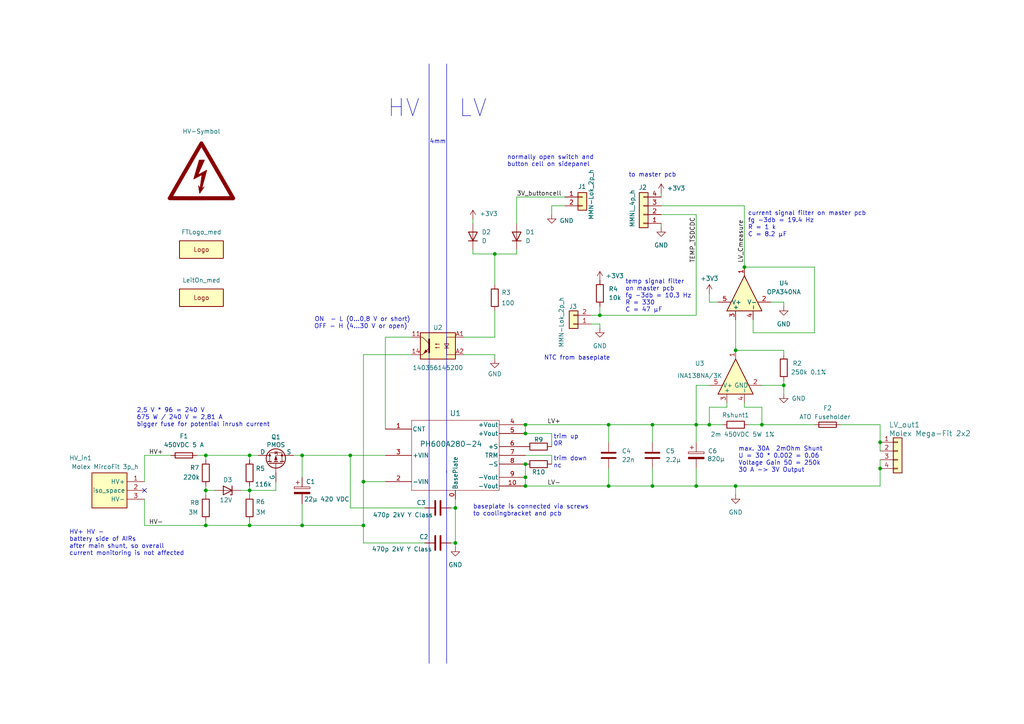
<source format=kicad_sch>
(kicad_sch (version 20231120) (generator "eeschema") (generator_version "8.0")
  (paper "A4")
  (title_block (title "TS-DCDC") (date "2024-12-12") (rev "0.5"))
  (lib_symbols
    (symbol "2024-11-18_21-41-11:PH600A280-24" (pin_names (offset 0.254))
      (property "Reference" "U1" (at 20.32 7.112 0))
      (property "Value" "PH600A280-24" (at 19.05 -1.778 0))
      (symbol "PH600A280-24_0_1"
        (polyline (pts (xy 7.62 -15.24) (xy 33.02 -15.24)) (stroke (width 0.127)))
        (polyline (pts (xy 7.62 5.08) (xy 7.62 -15.24)) (stroke (width 0.127)))
        (polyline (pts (xy 33.02 -15.24) (xy 33.02 5.08)) (stroke (width 0.127)))
        (polyline (pts (xy 33.02 5.08) (xy 7.62 5.08)) (stroke (width 0.127)))
      )
      (symbol "PH600A280-24_1_1"
        (pin passive line (at 20.32 -17.78 90) (length 2.54) (name "BasePlate") (number "0"))
        (pin input line (at 0 2.54 0) (length 7.62) (name "CNT") (number "1"))
        (pin power_out line (at 40.64 -13.97 180) (length 7.62) (name "-Vout") (number "10"))
        (pin power_in line (at 0 -12.7 0) (length 7.62) (name "-VIN") (number "2"))
        (pin power_in line (at 0 -5.08 0) (length 7.62) (name "+VIN") (number "3"))
        (pin power_out line (at 40.64 3.81 180) (length 7.62) (name "+Vout") (number "4"))
        (pin power_out line (at 40.64 1.27 180) (length 7.62) (name "+Vout") (number "5"))
        (pin input line (at 40.64 -2.54 180) (length 7.62) (name "+S") (number "6"))
        (pin input line (at 40.64 -5.08 180) (length 7.62) (name "TRM") (number "7"))
        (pin input line (at 40.64 -7.62 180) (length 7.62) (name "-S") (number "8"))
        (pin power_out line (at 40.64 -11.43 180) (length 7.62) (name "-Vout") (number "9"))
      )
    )
    (symbol "43650-0317:43650-0317"
      (property "Reference" "HV_in1" (at 10.16 -12.7 0))
      (property "Value" "43650-0317" (at 10.16 -10.16 0))
      (symbol "43650-0317_1_1"
        (rectangle (start 5.08 2.54) (end 15.24 -7.62) (stroke (width 0.254)) (fill (type background)))
        (pin power_out line (at 0 -5.08 0) (length 5.08) (name "HV+") (number "1"))
        (pin passive line (at 0 -2.54 0) (length 5.08) (name "iso_space") (number "2"))
        (pin power_out line (at 0 0 0) (length 5.08) (name "HV-") (number "3"))
      )
    )
    (symbol "Amplifier_Current:INA138" (pin_names (offset 0.127))
      (property "Reference" "U" (at 3.81 5.08 0))
      (property "Value" "INA138" (at 3.81 2.54 0))
      (symbol "INA138_0_1"
        (polyline (pts (xy -5.08 5.08) (xy 5.08 0) (xy -5.08 -5.08) (xy -5.08 5.08)) (stroke (width 0.254)) (fill (type background)))
      )
      (symbol "INA138_1_1"
        (pin output line (at 7.62 0 180) (length 2.54) (name "~") (number "1"))
        (pin power_in line (at -2.54 -7.62 90) (length 3.81) (name "GND") (number "2"))
        (pin input line (at -7.62 2.54 0) (length 2.54) (name "+") (number "3"))
        (pin input line (at -7.62 -2.54 0) (length 2.54) (name "-") (number "4"))
        (pin power_in line (at -2.54 7.62 270) (length 3.81) (name "V+") (number "5"))
      )
    )
    (symbol "Amplifier_Operational:OPA340NA" (pin_names (offset 0.127))
      (property "Reference" "U" (at -1.27 6.35 0))
      (property "Value" "OPA340NA" (at -1.27 3.81 0))
      (symbol "OPA340NA_0_1"
        (polyline (pts (xy -5.08 5.08) (xy 5.08 0) (xy -5.08 -5.08) (xy -5.08 5.08)) (stroke (width 0.254)) (fill (type background)))
        (pin power_in line (at -2.54 -7.62 90) (length 3.81) (name "V-") (number "2"))
        (pin power_in line (at -2.54 7.62 270) (length 3.81) (name "V+") (number "5"))
      )
      (symbol "OPA340NA_1_1"
        (pin output line (at 7.62 0 180) (length 2.54) (name "~") (number "1"))
        (pin input line (at -7.62 2.54 0) (length 2.54) (name "+") (number "3"))
        (pin input line (at -7.62 -2.54 0) (length 2.54) (name "-") (number "4"))
      )
    )
    (symbol "Connector_Generic:Conn_01x02" (pin_names (offset 1.016) hide)
      (property "Reference" "J" (at 0 2.54 0))
      (property "Value" "Conn_01x02" (at 0 -5.08 0))
      (symbol "Conn_01x02_1_1"
        (rectangle (start -1.27 -2.413) (end 0 -2.667) (stroke (width 0.1524)))
        (rectangle (start -1.27 0.127) (end 0 -0.127) (stroke (width 0.1524)))
        (rectangle (start -1.27 1.27) (end 1.27 -3.81) (stroke (width 0.254)) (fill (type background)))
        (pin passive line (at -5.08 0 0) (length 3.81) (name "Pin_1") (number "1"))
        (pin passive line (at -5.08 -2.54 0) (length 3.81) (name "Pin_2") (number "2"))
      )
    )
    (symbol "Connector_Generic:Conn_01x04" (pin_names (offset 1.016) hide)
      (property "Reference" "J" (at 0 5.08 0))
      (property "Value" "Conn_01x04" (at 0 -7.62 0))
      (symbol "Conn_01x04_1_1"
        (rectangle (start -1.27 -4.953) (end 0 -5.207) (stroke (width 0.1524)))
        (rectangle (start -1.27 -2.413) (end 0 -2.667) (stroke (width 0.1524)))
        (rectangle (start -1.27 0.127) (end 0 -0.127) (stroke (width 0.1524)))
        (rectangle (start -1.27 2.667) (end 0 2.413) (stroke (width 0.1524)))
        (rectangle (start -1.27 3.81) (end 1.27 -6.35) (stroke (width 0.254)) (fill (type background)))
        (pin passive line (at -5.08 2.54 0) (length 3.81) (name "Pin_1") (number "1"))
        (pin passive line (at -5.08 0 0) (length 3.81) (name "Pin_2") (number "2"))
        (pin passive line (at -5.08 -2.54 0) (length 3.81) (name "Pin_3") (number "3"))
        (pin passive line (at -5.08 -5.08 0) (length 3.81) (name "Pin_4") (number "4"))
      )
    )
    (symbol "Device:C" (pin_numbers hide) (pin_names (offset 0.254))
      (property "Reference" "C" (at 0.635 2.54 0))
      (property "Value" "C" (at 0.635 -2.54 0))
      (symbol "C_0_1"
        (polyline (pts (xy -2.032 -0.762) (xy 2.032 -0.762)) (stroke (width 0.508)))
        (polyline (pts (xy -2.032 0.762) (xy 2.032 0.762)) (stroke (width 0.508)))
      )
      (symbol "C_1_1"
        (pin passive line (at 0 3.81 270) (length 2.794) (name "~") (number "1"))
        (pin passive line (at 0 -3.81 90) (length 2.794) (name "~") (number "2"))
      )
    )
    (symbol "Device:C_Polarized" (pin_numbers hide) (pin_names (offset 0.254))
      (property "Reference" "C" (at 0.635 2.54 0))
      (property "Value" "C_Polarized" (at 0.635 -2.54 0))
      (symbol "C_Polarized_0_1"
        (rectangle (start -2.286 0.508) (end 2.286 1.016))
        (polyline (pts (xy -1.778 2.286) (xy -0.762 2.286)))
        (polyline (pts (xy -1.27 2.794) (xy -1.27 1.778)))
        (rectangle (start 2.286 -0.508) (end -2.286 -1.016) (fill (type outline)))
      )
      (symbol "C_Polarized_1_1"
        (pin passive line (at 0 3.81 270) (length 2.794) (name "~") (number "1"))
        (pin passive line (at 0 -3.81 90) (length 2.794) (name "~") (number "2"))
      )
    )
    (symbol "Device:D" (pin_numbers hide) (pin_names (offset 1.016) hide)
      (property "Reference" "D" (at 0 2.54 0))
      (property "Value" "D" (at 0 -2.54 0))
      (symbol "D_0_1"
        (polyline (pts (xy -1.27 1.27) (xy -1.27 -1.27)) (stroke (width 0.254)))
        (polyline (pts (xy 1.27 0) (xy -1.27 0)))
        (polyline (pts (xy 1.27 1.27) (xy 1.27 -1.27) (xy -1.27 0) (xy 1.27 1.27)) (stroke (width 0.254)))
      )
      (symbol "D_1_1"
        (pin passive line (at -3.81 0 0) (length 2.54) (name "K") (number "1"))
        (pin passive line (at 3.81 0 180) (length 2.54) (name "A") (number "2"))
      )
    )
    (symbol "Device:D_Zener" (pin_numbers hide) (pin_names (offset 1.016) hide)
      (property "Reference" "D" (at 0 2.54 0))
      (property "Value" "D_Zener" (at 0 -2.54 0))
      (symbol "D_Zener_0_1"
        (polyline (pts (xy 1.27 0) (xy -1.27 0)))
        (polyline (pts (xy -1.27 -1.27) (xy -1.27 1.27) (xy -0.762 1.27)) (stroke (width 0.254)))
        (polyline (pts (xy 1.27 -1.27) (xy 1.27 1.27) (xy -1.27 0) (xy 1.27 -1.27)) (stroke (width 0.254)))
      )
      (symbol "D_Zener_1_1"
        (pin passive line (at -3.81 0 0) (length 2.54) (name "K") (number "1"))
        (pin passive line (at 3.81 0 180) (length 2.54) (name "A") (number "2"))
      )
    )
    (symbol "Device:Fuse" (pin_numbers hide) (pin_names (offset 0))
      (property "Reference" "F" (at 2.032 0 90))
      (property "Value" "Fuse" (at -1.905 0 90))
      (symbol "Fuse_0_1"
        (rectangle (start -0.762 -2.54) (end 0.762 2.54) (stroke (width 0.254)))
        (polyline (pts (xy 0 2.54) (xy 0 -2.54)))
      )
      (symbol "Fuse_1_1"
        (pin passive line (at 0 3.81 270) (length 1.27) (name "~") (number "1"))
        (pin passive line (at 0 -3.81 90) (length 1.27) (name "~") (number "2"))
      )
    )
    (symbol "Device:R" (pin_numbers hide) (pin_names (offset 0))
      (property "Reference" "R" (at 2.032 0 90))
      (property "Value" "R" (at 0 0 90))
      (symbol "R_0_1"
        (rectangle (start -1.016 -2.54) (end 1.016 2.54) (stroke (width 0.254)))
      )
      (symbol "R_1_1"
        (pin passive line (at 0 3.81 270) (length 1.27) (name "~") (number "1"))
        (pin passive line (at 0 -3.81 90) (length 1.27) (name "~") (number "2"))
      )
    )
    (symbol "FaSTTUBe_logos:FTLogo_med"
      (property "Value" "FTLogo_med" (at 0 -3.81 0))
      (symbol "FTLogo_med_0_0"
        (text "Logo" (at 0 0 0) (effects (font (size 1.27 1.27))))
      )
      (symbol "FTLogo_med_0_1"
        (rectangle (start -6.35 2.54) (end 6.35 -2.54) (stroke (width 0.254)) (fill (type background)))
      )
    )
    (symbol "FaSTTUBe_logos:HV-Symbol" (pin_names (offset 1.016))
      (property "Value" "HV-Symbol" (at 0 -10.16 0))
      (symbol "HV-Symbol_0_0"
        (polyline (pts (xy -0.4892 -6.6071) (xy -0.4759 -6.591) (xy -0.4273 -6.5255) (xy -0.3518 -6.4196) (xy -0.2542 -6.2805) (xy -0.1394 -6.1154) (xy -0.0124 -5.9317) (xy 0.1219 -5.7364) (xy 0.2585 -5.5367) (xy 0.3925 -5.34) (xy 0.5191 -5.1533) (xy 0.6332 -4.984) (xy 0.73 -4.8391) (xy 0.8045 -4.726) (xy 0.8518 -4.6518) (xy 0.8669 -4.6238) (xy 0.8391 -4.6326) (xy 0.7671 -4.6703) (xy 0.6626 -4.7309) (xy 0.537 -4.8081) (xy 0.4195 -4.881) (xy 0.3146 -4.9437) (xy 0.2421 -4.9843) (xy 0.2131 -4.9963) (xy 0.2151 -4.9851) (xy 0.2315 -4.9189) (xy 0.2631 -4.7973) (xy 0.3086 -4.6249) (xy 0.3669 -4.4065) (xy 0.4366 -4.1466) (xy 0.5165 -3.8499) (xy 0.6054 -3.521) (xy 0.702 -3.1645) (xy 0.8051 -2.7851) (xy 0.9135 -2.3873) (xy 0.9755 -2.1599) (xy 1.0812 -1.7709) (xy 1.1809 -1.4024) (xy 1.2735 -1.059) (xy 1.3576 -0.7454) (xy 1.432 -0.4663) (xy 1.4955 -0.2264) (xy 1.5468 -0.0304) (xy 1.5847 0.1171) (xy 1.6079 0.2112) (xy 1.6151 0.2474) (xy 1.6 0.2451) (xy 1.5342 0.2168) (xy 1.4215 0.1619) (xy 1.2678 0.0834) (xy 1.0788 -0.0157) (xy 0.8602 -0.1324) (xy 0.6178 -0.2637) (xy 0.3573 -0.4066) (xy 0.1726 -0.5084) (xy -0.0763 -0.6449) (xy -0.3032 -0.7687) (xy -0.5023 -0.8766) (xy -0.6678 -0.9654) (xy -0.7938 -1.0321) (xy -0.8747 -1.0735) (xy -0.9046 -1.0865) (xy -0.8996 -1.0709) (xy -0.8714 -1.0014) (xy -0.8205 -0.8806) (xy -0.7488 -0.7135) (xy -0.6586 -0.5046) (xy -0.5517 -0.2589) (xy -0.4304 0.0188) (xy -0.2967 0.3239) (xy -0.1526 0.6514) (xy -0.0003 0.9967) (xy 0.1049 1.235) (xy 0.253 1.5703) (xy 0.3921 1.8852) (xy 0.52 2.175) (xy 0.6346 2.4347) (xy 0.7337 2.6594) (xy 0.8152 2.8442) (xy 0.8769 2.9843) (xy 0.9167 3.0747) (xy 0.9323 3.1106) (xy 0.9309 3.1196) (xy 0.9051 3.1304) (xy 0.8453 3.1382) (xy 0.7454 3.1431) (xy 0.599 3.1453) (xy 0.4001 3.1453) (xy 0.1424 3.1431) (xy -0.6646 3.1344) (xy -1.4846 0.343) (xy -1.6044 -0.0656) (xy -1.7195 -0.4592) (xy -1.8277 -0.8304) (xy -1.9277 -1.1747) (xy -2.0183 -1.4878) (xy -2.0981 -1.7651) (xy -2.166 -2.0023) (xy -2.2206 -2.195) (xy -2.2606 -2.3386) (xy -2.2848 -2.4288) (xy -2.2919 -2.4611) (xy -2.286 -2.4597) (xy -2.2336 -2.4367) (xy -2.1322 -2.388) (xy -1.988 -2.3167) (xy -1.807 -2.2259) (xy -1.5954 -2.1186) (xy -1.3593 -1.998) (xy -1.1049 -1.867) (xy -0.9986 -1.8122) (xy -0.7512 -1.6851) (xy -0.5248 -1.5695) (xy -0.3256 -1.4685) (xy -0.1595 -1.3851) (xy -0.0328 -1.3225) (xy 0.0485 -1.2837) (xy 0.0782 -1.2717) (xy 0.0786 -1.2748) (xy 0.0749 -1.3248) (xy 0.063 -1.4299) (xy 0.0441 -1.5831) (xy 0.0189 -1.7774) (xy -0.0114 -2.0057) (xy -0.0458 -2.261) (xy -0.0835 -2.5363) (xy -0.1233 -2.8245) (xy -0.1644 -3.1186) (xy -0.2057 -3.4116) (xy -0.2463 -3.6965) (xy -0.2851 -3.9662) (xy -0.3212 -4.2137) (xy -0.3535 -4.432) (xy -0.3812 -4.614) (xy -0.4032 -4.7527) (xy -0.4186 -4.8411) (xy -0.4263 -4.8721) (xy -0.4486 -4.8511) (xy -0.4999 -4.7857) (xy -0.5714 -4.6867) (xy -0.6549 -4.5646) (xy -0.7311 -4.4535) (xy -0.805 -4.3514) (xy -0.8599 -4.282) (xy -0.8876 -4.2561) (xy -0.9014 -4.2806) (xy -0.8968 -4.3443) (xy -0.8924 -4.369) (xy -0.8778 -4.4566) (xy -0.8553 -4.5949) (xy -0.8262 -4.7758) (xy -0.792 -4.9906) (xy -0.7538 -5.2313) (xy -0.7132 -5.4892) (xy -0.6874 -5.6524) (xy -0.6486 -5.8965) (xy -0.6132 -6.1162) (xy -0.5826 -6.3034) (xy -0.558 -6.4502) (xy -0.5409 -6.5487) (xy -0.5324 -6.5909) (xy -0.521 -6.6112) (xy -0.4892 -6.6071)) (stroke (width 0.01)) (fill (type outline)))
        (polyline (pts (xy -0.7512 -8.4995) (xy 0.0488 -8.4991) (xy 9.3708 -8.4937) (xy 9.4936 -8.4173) (xy 9.5205 -8.3994) (xy 9.6443 -8.2757) (xy 9.7185 -8.1228) (xy 9.7386 -7.9548) (xy 9.6999 -7.7862) (xy 9.6933 -7.7735) (xy 9.6567 -7.7077) (xy 9.5896 -7.5892) (xy 9.4933 -7.4203) (xy 9.3691 -7.2031) (xy 9.2184 -6.9399) (xy 9.0425 -6.6332) (xy 8.8426 -6.285) (xy 8.6201 -5.8977) (xy 8.3763 -5.4736) (xy 8.1124 -5.015) (xy 7.8299 -4.524) (xy 7.53 -4.0031) (xy 7.2139 -3.4544) (xy 6.8831 -2.8803) (xy 6.5389 -2.283) (xy 6.1825 -1.6649) (xy 5.8152 -1.028) (xy 5.4384 -0.3749) (xy 5.0534 0.2924) (xy 4.7596 0.8012) (xy 4.2896 1.615) (xy 3.843 2.3874) (xy 3.4206 3.1175) (xy 3.0228 3.8044) (xy 2.6502 4.447) (xy 2.3033 5.0445) (xy 1.9827 5.5959) (xy 1.6889 6.1003) (xy 1.4225 6.5568) (xy 1.184 6.9643) (xy 0.9739 7.3221) (xy 0.7929 7.6291) (xy 0.6414 7.8844) (xy 0.52 8.0871) (xy 0.4293 8.2362) (xy 0.3697 8.3308) (xy 0.3419 8.37) (xy 0.2962 8.4088) (xy 0.1437 8.4869) (xy -0.0205 8.5068) (xy -0.1836 8.4683) (xy -0.3328 8.3714) (xy -0.3337 8.3705) (xy -0.3625 8.329) (xy -0.4218 8.2342) (xy -0.5102 8.0888) (xy -0.626 7.8955) (xy -0.7675 7.657) (xy -0.9334 7.3761) (xy -1.1219 7.0555) (xy -1.3314 6.698) (xy -1.5605 6.3063) (xy -1.8075 5.8832) (xy -2.0709 5.4313) (xy -2.349 4.9534) (xy -2.6402 4.4523) (xy -2.9431 3.9307) (xy -3.256 3.3913) (xy -3.5774 2.8369) (xy -3.9055 2.2702) (xy -4.239 1.6939) (xy -4.5762 1.1108) (xy -4.9154 0.5236) (xy -5.2553 -0.0649) (xy -5.594 -0.6521) (xy -5.9301 -1.2351) (xy -6.2621 -1.8112) (xy -6.5882 -2.3777) (xy -6.9069 -2.9319) (xy -7.2167 -3.471) (xy -7.516 -3.9923) (xy -7.8032 -4.493) (xy -8.0766 -4.9704) (xy -8.3348 -5.4218) (xy -8.5761 -5.8444) (xy -8.799 -6.2355) (xy -9.0019 -6.5924) (xy -9.1832 -6.9122) (xy -9.3412 -7.1924) (xy -9.4624 -7.4082) (xy -8.2772 -7.4082) (xy -8.2597 -7.3762) (xy -8.2115 -7.291) (xy -8.1342 -7.1555) (xy -8.0294 -6.9726) (xy -7.8989 -6.7452) (xy -7.7442 -6.4761) (xy -7.5671 -6.1683) (xy -7.3692 -5.8245) (xy -7.1521 -5.4478) (xy -6.9176 -5.041) (xy -6.6673 -4.6069) (xy -6.4029 -4.1484) (xy -6.1259 -3.6685) (xy -5.8382 -3.1699) (xy -5.5414 -2.6556) (xy -5.237 -2.1285) (xy -4.9268 -1.5914) (xy -4.6125 -1.0472) (xy -4.2957 -0.4988) (xy -3.9781 0.0509) (xy -3.6613 0.599) (xy -3.347 1.1428) (xy -3.0369 1.6792) (xy -2.7327 2.2054) (xy -2.4359 2.7185) (xy -2.1483 3.2157) (xy -1.8715 3.6941) (xy -1.6072 4.1507) (xy -1.357 4.5828) (xy -1.1227 4.9874) (xy -0.9058 5.3616) (xy -0.7081 5.7026) (xy -0.5312 6.0075) (xy -0.3768 6.2734) (xy -0.2465 6.4974) (xy -0.142 6.6766) (xy -0.065 6.8083) (xy -0.0171 6.8894) (xy 0 6.9171) (xy 0.0002 6.917) (xy 0.0191 6.8867) (xy 0.0688 6.803) (xy 0.1474 6.669) (xy 0.2535 6.4875) (xy 0.3853 6.2614) (xy 0.5411 5.9935) (xy 0.7192 5.6868) (xy 0.9181 5.3441) (xy 1.1361 4.9683) (xy 1.3714 4.5623) (xy 1.6225 4.129) (xy 1.8876 3.6712) (xy 2.1651 3.1917) (xy 2.4534 2.6936) (xy 2.7507 2.1797) (xy 3.0554 1.6528) (xy 3.3659 1.1159) (xy 3.6804 0.5717) (xy 3.9974 0.0233) (xy 4.3151 -0.5266) (xy 4.632 -1.0751) (xy 4.9462 -1.6192) (xy 5.2562 -2.1561) (xy 5.5603 -2.6829) (xy 5.8568 -3.1968) (xy 6.1442 -3.6948) (xy 6.4206 -4.1741) (xy 6.6844 -4.6318) (xy 6.9341 -5.065) (xy 7.1679 -5.4708) (xy 7.3841 -5.8465) (xy 7.5811 -6.189) (xy 7.7572 -6.4955) (xy 7.9109 -6.7631) (xy 8.0403 -6.989) (xy 8.1438 -7.1703) (xy 8.2198 -7.304) (xy 8.2667 -7.3874) (xy 8.2827 -7.4175) (xy 8.2727 -7.4185) (xy 8.2056 -7.4203) (xy 8.0779 -7.422) (xy 7.8921 -7.4237) (xy 7.6511 -7.4253) (xy 7.3575 -7.4269) (xy 7.0141 -7.4284) (xy 6.6236 -7.4298) (xy 6.1887 -7.4311) (xy 5.7121 -7.4324) (xy 5.1966 -7.4335) (xy 4.6448 -7.4345) (xy 4.0596 -7.4354) (xy 3.4436 -7.4362) (xy 2.7996 -7.4369) (xy 2.1302 -7.4374) (xy 1.4382 -7.4378) (xy 0.7264 -7.438) (xy -0.0027 -7.4381) (xy -0.309 -7.4381) (xy -1.147 -7.4379) (xy -1.9474 -7.4374) (xy -2.7085 -7.4368) (xy -3.4285 -7.4359) (xy -4.1058 -7.4349) (xy -4.7386 -7.4336) (xy -5.3253 -7.4322) (xy -5.8641 -7.4305) (xy -6.3533 -7.4287) (xy -6.7913 -7.4267) (xy -7.1762 -7.4245) (xy -7.5064 -7.4222) (xy -7.7802 -7.4197) (xy -7.9959 -7.417) (xy -8.1518 -7.4142) (xy -8.2461 -7.4113) (xy -8.2772 -7.4082) (xy -9.4624 -7.4082) (xy -9.4746 -7.43) (xy -9.5816 -7.6225) (xy -9.6606 -7.7671) (xy -9.7102 -7.8609) (xy -9.7287 -7.9014) (xy -9.7289 -7.9026) (xy -9.7335 -8.0172) (xy -9.7143 -8.1285) (xy -9.6792 -8.2033) (xy -9.5907 -8.3193) (xy -9.4796 -8.4176) (xy -9.3676 -8.4762) (xy -9.3591 -8.4772) (xy -9.2932 -8.4796) (xy -9.1659 -8.4819) (xy -8.9795 -8.484) (xy -8.7364 -8.4861) (xy -8.4391 -8.488) (xy -8.09 -8.4898) (xy -7.6916 -8.4915) (xy -7.2463 -8.493) (xy -6.7565 -8.4944) (xy -6.2247 -8.4957) (xy -5.6534 -8.4968) (xy -5.045 -8.4977) (xy -4.4018 -8.4984) (xy -3.7264 -8.499) (xy -3.0212 -8.4994) (xy -2.2887 -8.4997) (xy -1.5312 -8.4997) (xy -0.7512 -8.4995)) (stroke (width 0.01)) (fill (type outline)))
      )
    )
    (symbol "FaSTTUBe_logos:LeitOn_med"
      (property "Value" "LeitOn_med" (at 0 -3.81 0))
      (symbol "LeitOn_med_0_0"
        (text "Logo" (at 0 0 0) (effects (font (size 1.27 1.27))))
      )
      (symbol "LeitOn_med_0_1"
        (rectangle (start -6.35 2.54) (end 6.35 -2.54) (stroke (width 0.254)) (fill (type background)))
      )
    )
    (symbol "Relay_SolidState:34.81-7048"
      (property "Reference" "U" (at -5.08 5.08 0))
      (property "Value" "34.81-7048" (at 0 5.08 0))
      (symbol "34.81-7048_0_1"
        (rectangle (start -5.08 3.81) (end 5.08 -3.81) (stroke (width 0.254)) (fill (type background)))
        (polyline (pts (xy -3.175 -0.635) (xy -1.905 -0.635)))
        (polyline (pts (xy 2.54 1.905) (xy 2.54 -1.905) (xy 2.54 -1.905)) (stroke (width 0.508)))
        (polyline (pts (xy -5.08 2.54) (xy -2.54 2.54) (xy -2.54 -2.54) (xy -5.08 -2.54)))
        (polyline (pts (xy -2.54 -0.635) (xy -3.175 0.635) (xy -1.905 0.635) (xy -2.54 -0.635)))
        (polyline (pts (xy -0.508 -0.508) (xy 0.762 -0.508) (xy 0.381 -0.635) (xy 0.381 -0.381) (xy 0.762 -0.508)))
        (polyline (pts (xy -0.508 0.508) (xy 0.762 0.508) (xy 0.381 0.381) (xy 0.381 0.635) (xy 0.762 0.508)))
        (polyline (pts (xy 3.048 -1.651) (xy 3.556 -1.143) (xy 4.064 -2.159) (xy 3.048 -1.651) (xy 3.048 -1.651)) (fill (type outline)))
        (polyline (pts (xy 5.08 2.54) (xy 4.445 2.54) (xy 2.54 0.635) (xy 2.54 -0.635) (xy 4.445 -2.54) (xy 5.08 -2.54)))
      )
      (symbol "34.81-7048_1_1"
        (pin passive line (at 7.62 2.54 180) (length 2.54) (name "~") (number "11"))
        (pin passive line (at 7.62 -2.54 180) (length 2.54) (name "~") (number "14"))
        (pin passive line (at -7.62 2.54 0) (length 2.54) (name "~") (number "A1"))
        (pin passive line (at -7.62 -2.54 0) (length 2.54) (name "~") (number "A2"))
      )
    )
    (symbol "Simulation_SPICE:PMOS" (pin_numbers hide) (pin_names (offset 0))
      (property "Reference" "Q" (at 5.08 1.27 0))
      (property "Value" "PMOS" (at 5.08 -1.27 0))
      (symbol "PMOS_0_1"
        (polyline (pts (xy 0.254 0) (xy -2.54 0)))
        (polyline (pts (xy 0.254 1.905) (xy 0.254 -1.905)) (stroke (width 0.254)))
        (polyline (pts (xy 0.762 -1.27) (xy 0.762 -2.286)) (stroke (width 0.254)))
        (polyline (pts (xy 0.762 0.508) (xy 0.762 -0.508)) (stroke (width 0.254)))
        (polyline (pts (xy 0.762 2.286) (xy 0.762 1.27)) (stroke (width 0.254)))
        (polyline (pts (xy 2.54 2.54) (xy 2.54 1.778)))
        (polyline (pts (xy 2.54 -2.54) (xy 2.54 0) (xy 0.762 0)))
        (polyline (pts (xy 0.762 1.778) (xy 3.302 1.778) (xy 3.302 -1.778) (xy 0.762 -1.778)))
        (polyline (pts (xy 2.286 0) (xy 1.27 0.381) (xy 1.27 -0.381) (xy 2.286 0)) (fill (type outline)))
        (polyline (pts (xy 2.794 -0.508) (xy 2.921 -0.381) (xy 3.683 -0.381) (xy 3.81 -0.254)))
        (polyline (pts (xy 3.302 -0.381) (xy 2.921 0.254) (xy 3.683 0.254) (xy 3.302 -0.381)))
        (circle (center 1.651 0) (radius 2.794) (stroke (width 0.254)))
        (circle (center 2.54 -1.778) (radius 0.254) (fill (type outline)))
        (circle (center 2.54 1.778) (radius 0.254) (fill (type outline)))
      )
      (symbol "PMOS_1_1"
        (pin passive line (at 2.54 5.08 270) (length 2.54) (name "D") (number "1"))
        (pin input line (at -5.08 0 0) (length 2.54) (name "G") (number "2"))
        (pin passive line (at 2.54 -5.08 90) (length 2.54) (name "S") (number "3"))
      )
    )
    (symbol "power:+3V3" (power) (pin_numbers hide) (pin_names (offset 0) hide)
      (property "Value" "+3V3" (at 0 3.556 0))
      (symbol "+3V3_0_1"
        (polyline (pts (xy -0.762 1.27) (xy 0 2.54)))
        (polyline (pts (xy 0 0) (xy 0 2.54)))
        (polyline (pts (xy 0 2.54) (xy 0.762 1.27)))
      )
      (symbol "+3V3_1_1"
        (pin power_in line (at 0 0 90) (length 0) (name "~") (number "1"))
      )
    )
    (symbol "power:GND" (power) (pin_numbers hide) (pin_names (offset 0) hide)
      (property "Value" "GND" (at 0 -3.81 0))
      (symbol "GND_0_1"
        (polyline (pts (xy 0 0) (xy 0 -1.27) (xy 1.27 -1.27) (xy 0 -2.54) (xy -1.27 -1.27) (xy 0 -1.27)))
      )
      (symbol "GND_1_1"
        (pin power_in line (at 0 0 270) (length 0) (name "~") (number "1"))
      )
    )
  )
  (junction (at 213.36 140.97))
  (junction (at 189.23 140.97))
  (junction (at 201.93 140.97))
  (junction (at 87.63 152.4))
  (junction (at 152.4 134.62))
  (junction (at 189.23 123.19))
  (junction (at 152.4 125.73))
  (junction (at 176.53 123.19))
  (junction (at 152.4 138.43))
  (junction (at 105.41 152.4))
  (junction (at 213.36 101.6))
  (junction (at 152.4 123.19))
  (junction (at 72.39 142.24))
  (junction (at 132.08 157.48))
  (junction (at 152.4 140.97))
  (junction (at 72.39 132.08))
  (junction (at 205.74 123.19))
  (junction (at 201.93 123.19))
  (junction (at 176.53 140.97))
  (junction (at 59.69 132.08))
  (junction (at 255.27 135.89))
  (junction (at 72.39 152.4))
  (junction (at 173.99 91.44))
  (junction (at 143.51 73.66))
  (junction (at 59.69 152.4))
  (junction (at 220.98 123.19))
  (junction (at 255.27 128.27))
  (junction (at 59.69 142.24))
  (junction (at 132.08 147.32))
  (junction (at 215.9 77.47))
  (junction (at 101.6 132.08))
  (junction (at 105.41 139.7))
  (junction (at 227.33 111.76))
  (junction (at 87.63 132.08))
  (no_connect (at 41.91 142.24))
  (wire (pts (xy 213.36 140.97) (xy 213.36 143.51)))
  (wire (pts (xy 160.02 125.73) (xy 152.4 125.73)))
  (wire (pts (xy 105.41 102.87) (xy 119.38 102.87)))
  (wire (pts (xy 149.86 57.15) (xy 149.86 64.77)))
  (wire (pts (xy 191.77 59.69) (xy 215.9 59.69)))
  (wire (pts (xy 176.53 123.19) (xy 176.53 128.27)))
  (wire (pts (xy 176.53 135.89) (xy 176.53 140.97)))
  (wire (pts (xy 111.76 97.79) (xy 111.76 124.46)))
  (wire (pts (xy 69.85 142.24) (xy 72.39 142.24)))
  (wire (pts (xy 160.02 59.69) (xy 160.02 62.23)))
  (wire (pts (xy 201.93 123.19) (xy 205.74 123.19)))
  (wire (pts (xy 72.39 132.08) (xy 74.93 132.08)))
  (wire (pts (xy 201.93 111.76) (xy 205.74 111.76)))
  (wire (pts (xy 72.39 133.35) (xy 72.39 132.08)))
  (wire (pts (xy 137.16 73.66) (xy 137.16 72.39)))
  (wire (pts (xy 149.86 57.15) (xy 163.83 57.15)))
  (wire (pts (xy 132.08 157.48) (xy 130.81 157.48)))
  (wire (pts (xy 134.62 97.79) (xy 143.51 97.79)))
  (wire (pts (xy 105.41 139.7) (xy 105.41 152.4)))
  (wire (pts (xy 201.93 62.23) (xy 201.93 91.44)))
  (wire (pts (xy 173.99 93.98) (xy 171.45 93.98)))
  (wire (pts (xy 59.69 132.08) (xy 72.39 132.08)))
  (wire (pts (xy 57.15 132.08) (xy 59.69 132.08)))
  (wire (pts (xy 205.74 123.19) (xy 209.55 123.19)))
  (wire (pts (xy 201.93 111.76) (xy 201.93 123.19)))
  (wire (pts (xy 210.82 116.84) (xy 210.82 118.11)))
  (wire (pts (xy 210.82 118.11) (xy 205.74 118.11)))
  (wire (pts (xy 137.16 63.5) (xy 137.16 64.77)))
  (wire (pts (xy 218.44 96.52) (xy 236.22 96.52)))
  (wire (pts (xy 243.84 123.19) (xy 255.27 123.19)))
  (wire (pts (xy 227.33 111.76) (xy 227.33 114.3)))
  (wire (pts (xy 152.4 123.19) (xy 176.53 123.19)))
  (polyline (pts (xy 124.46 18.542) (xy 124.46 192.405)))
  (wire (pts (xy 80.01 139.7) (xy 80.01 142.24)))
  (wire (pts (xy 160.02 132.08) (xy 160.02 134.62)))
  (wire (pts (xy 208.28 87.63) (xy 205.74 87.63)))
  (wire (pts (xy 191.77 66.04) (xy 191.77 64.77)))
  (wire (pts (xy 152.4 138.43) (xy 152.4 134.62)))
  (wire (pts (xy 111.76 97.79) (xy 119.38 97.79)))
  (wire (pts (xy 132.08 147.32) (xy 132.08 157.48)))
  (wire (pts (xy 220.98 118.11) (xy 220.98 123.19)))
  (wire (pts (xy 255.27 128.27) (xy 255.27 130.81)))
  (wire (pts (xy 227.33 88.9) (xy 227.33 87.63)))
  (wire (pts (xy 85.09 132.08) (xy 87.63 132.08)))
  (wire (pts (xy 105.41 139.7) (xy 111.76 139.7)))
  (wire (pts (xy 105.41 152.4) (xy 105.41 157.48)))
  (wire (pts (xy 189.23 140.97) (xy 201.93 140.97)))
  (wire (pts (xy 213.36 92.71) (xy 213.36 101.6)))
  (wire (pts (xy 213.36 140.97) (xy 255.27 140.97)))
  (wire (pts (xy 173.99 88.9) (xy 173.99 91.44)))
  (wire (pts (xy 72.39 142.24) (xy 72.39 143.51)))
  (wire (pts (xy 72.39 152.4) (xy 87.63 152.4)))
  (wire (pts (xy 143.51 73.66) (xy 149.86 73.66)))
  (wire (pts (xy 173.99 91.44) (xy 201.93 91.44)))
  (wire (pts (xy 189.23 123.19) (xy 189.23 128.27)))
  (wire (pts (xy 220.98 111.76) (xy 227.33 111.76)))
  (wire (pts (xy 189.23 135.89) (xy 189.23 140.97)))
  (wire (pts (xy 201.93 135.89) (xy 201.93 140.97)))
  (wire (pts (xy 220.98 118.11) (xy 215.9 118.11)))
  (wire (pts (xy 134.62 102.87) (xy 143.51 102.87)))
  (wire (pts (xy 62.23 142.24) (xy 59.69 142.24)))
  (wire (pts (xy 87.63 152.4) (xy 105.41 152.4)))
  (wire (pts (xy 87.63 132.08) (xy 101.6 132.08)))
  (wire (pts (xy 132.08 144.78) (xy 132.08 147.32)))
  (wire (pts (xy 72.39 151.13) (xy 72.39 152.4)))
  (polyline (pts (xy 129.54 136.525) (xy 129.54 192.405)))
  (wire (pts (xy 152.4 123.19) (xy 152.4 125.73)))
  (wire (pts (xy 87.63 132.08) (xy 87.63 138.43)))
  (wire (pts (xy 191.77 57.15) (xy 191.77 55.88)))
  (wire (pts (xy 236.22 77.47) (xy 215.9 77.47)))
  (wire (pts (xy 205.74 118.11) (xy 205.74 123.19)))
  (wire (pts (xy 101.6 132.08) (xy 111.76 132.08)))
  (wire (pts (xy 105.41 102.87) (xy 105.41 139.7)))
  (wire (pts (xy 143.51 73.66) (xy 143.51 82.55)))
  (wire (pts (xy 236.22 96.52) (xy 236.22 77.47)))
  (wire (pts (xy 163.83 59.69) (xy 160.02 59.69)))
  (wire (pts (xy 152.4 132.08) (xy 160.02 132.08)))
  (wire (pts (xy 176.53 123.19) (xy 189.23 123.19)))
  (wire (pts (xy 80.01 142.24) (xy 72.39 142.24)))
  (wire (pts (xy 227.33 87.63) (xy 223.52 87.63)))
  (wire (pts (xy 173.99 91.44) (xy 171.45 91.44)))
  (wire (pts (xy 201.93 140.97) (xy 213.36 140.97)))
  (wire (pts (xy 217.17 123.19) (xy 220.98 123.19)))
  (wire (pts (xy 215.9 59.69) (xy 215.9 77.47)))
  (wire (pts (xy 152.4 140.97) (xy 176.53 140.97)))
  (polyline (pts (xy 129.54 18.542) (xy 129.54 137.16)))
  (wire (pts (xy 123.19 147.32) (xy 101.6 147.32)))
  (wire (pts (xy 152.4 140.97) (xy 152.4 138.43)))
  (wire (pts (xy 137.16 73.66) (xy 143.51 73.66)))
  (wire (pts (xy 255.27 133.35) (xy 255.27 135.89)))
  (wire (pts (xy 41.91 152.4) (xy 59.69 152.4)))
  (wire (pts (xy 176.53 140.97) (xy 189.23 140.97)))
  (wire (pts (xy 173.99 93.98) (xy 173.99 95.25)))
  (wire (pts (xy 215.9 118.11) (xy 215.9 116.84)))
  (wire (pts (xy 59.69 142.24) (xy 59.69 143.51)))
  (wire (pts (xy 255.27 135.89) (xy 255.27 140.97)))
  (wire (pts (xy 189.23 123.19) (xy 201.93 123.19)))
  (wire (pts (xy 41.91 144.78) (xy 41.91 152.4)))
  (wire (pts (xy 143.51 97.79) (xy 143.51 90.17)))
  (wire (pts (xy 132.08 147.32) (xy 130.81 147.32)))
  (wire (pts (xy 149.86 73.66) (xy 149.86 72.39)))
  (wire (pts (xy 132.08 158.75) (xy 132.08 157.48)))
  (wire (pts (xy 101.6 147.32) (xy 101.6 132.08)))
  (wire (pts (xy 59.69 152.4) (xy 72.39 152.4)))
  (wire (pts (xy 105.41 157.48) (xy 123.19 157.48)))
  (wire (pts (xy 227.33 101.6) (xy 227.33 102.87)))
  (wire (pts (xy 220.98 123.19) (xy 236.22 123.19)))
  (wire (pts (xy 41.91 132.08) (xy 49.53 132.08)))
  (wire (pts (xy 213.36 101.6) (xy 227.33 101.6)))
  (wire (pts (xy 205.74 87.63) (xy 205.74 85.09)))
  (wire (pts (xy 41.91 132.08) (xy 41.91 139.7)))
  (wire (pts (xy 255.27 123.19) (xy 255.27 128.27)))
  (wire (pts (xy 59.69 151.13) (xy 59.69 152.4)))
  (wire (pts (xy 227.33 110.49) (xy 227.33 111.76)))
  (wire (pts (xy 201.93 62.23) (xy 191.77 62.23)))
  (wire (pts (xy 218.44 96.52) (xy 218.44 92.71)))
  (wire (pts (xy 87.63 152.4) (xy 87.63 146.05)))
  (wire (pts (xy 143.51 102.87) (xy 143.51 104.14)))
  (wire (pts (xy 160.02 129.54) (xy 160.02 125.73)))
  (wire (pts (xy 59.69 140.97) (xy 59.69 142.24)))
  (wire (pts (xy 72.39 142.24) (xy 72.39 140.97)))
  (wire (pts (xy 59.69 132.08) (xy 59.69 133.35)))
  (wire (pts (xy 201.93 123.19) (xy 201.93 128.27)))
  (text "trim down\nnc" (at 160.528 134.112 0) (effects (font (size 1.27 1.27)) (justify left)))
  (text " ON  - L (0...0,8 V or short)\nOFF - H (4...30 V or open)" (at 104.648 93.726 0) (effects (font (size 1.27 1.27))))
  (text "max. 30A  2mOhm Shunt \nU = 30 * 0.002 = 0.06\nVoltage Gain 50 = 250k\n30 A -> 3V Output\n" (at 214.122 133.35 0) (effects (font (size 1.27 1.27)) (justify left)))
  (text "trim up\n0R" (at 160.528 127.762 0) (effects (font (size 1.27 1.27)) (justify left)))
  (text "2,5 V * 96 = 240 V\n675 W / 240 V = 2,81 A\nbigger fuse for potential inrush current\n\n" (at 39.624 122.174 0) (effects (font (size 1.27 1.27)) (justify left)))
  (text "current signal filter on master pcb\nfg -3db = 19.4 Hz\nR = 1 k\nC = 8.2 µF\n" (at 216.916 65.024 0) (effects (font (size 1.27 1.27)) (justify left)))
  (text "LV" (at 137.16 31.496 0) (effects (font (size 5 5))))
  (text "4mm" (at 127 41.148 0) (effects (font (size 1.27 1.27))))
  (text "normally open switch and\nbutton cell on sidepanel\n " (at 147.066 44.958 0) (effects (font (size 1.27 1.27)) (justify left top)))
  (text "NTC from baseplate" (at 167.386 103.886 0) (effects (font (size 1.27 1.27))))
  (text "HV" (at 117.094 31.496 0) (effects (font (size 5 5))))
  (text "HV+ HV -\nbattery side of AIRs\nafter main shunt, so overall \ncurrent monitoring is not affected" (at 20.066 157.48 0) (effects (font (size 1.27 1.27)) (justify left)))
  (text "to master pcb" (at 189.23 50.8 0) (effects (font (size 1.27 1.27))))
  (text "baseplate is connected via screws\nto coolingbracket and pcb\n" (at 137.16 148.082 0) (effects (font (size 1.27 1.27)) (justify left)))
  (text "temp signal filter \non master pcb\nfg -3db = 10.3 Hz\nR = 330\nC = 47 µF" (at 181.356 85.852 0) (effects (font (size 1.27 1.27)) (justify left)))
  (label "LV+" (at 158.75 123.19 0))
  (label "LV-" (at 158.75 140.97 0))
  (label "TEMP_TSDCDC" (at 201.93 76.2 90))
  (label "LV_Cmeasure" (at 215.9 76.2 90))
  (label "3V_buttoncell" (at 149.86 57.15 0))
  (label "HV+" (at 43.18 132.08 0))
  (label "HV-" (at 43.18 152.4 0))
  (symbol (lib_id "Device:C") (at 176.53 132.08 0) (unit 1)
    (property "Reference" "C4" (at 180.34 130.8099 0) (effects (justify left)))
    (property "Value" "22n" (at 180.34 133.3499 0) (effects (justify left)))
    (property "Footprint" "Capacitor_SMD:C_1206_3216Metric" (effects (hide yes)))
    (property "Description" "Unpolarized capacitor" (effects (hide yes)))
  )
  (symbol (lib_id "Connector_Generic:Conn_01x04") (at 186.69 62.23 180) (unit 1)
    (property "Reference" "J2" (at 186.436 54.356 0))
    (property "Value" "MMNL_4p_h" (at 183.388 60.452 90))
    (property "Footprint" "FaSTTUBe_connectors:Micro_Mate-N-Lok_4p_horizontal" (effects (hide yes)))
    (property "Description" "Generic connector, single row, 01x04, script generated (kicad-library-utils/schlib/autogen/connector/)" (effects (hide yes)))
  )
  (symbol (lib_id "power:GND") (at 213.36 143.51 0) (unit 1)
    (property "Reference" "#PWR01" (effects (hide yes)))
    (property "Value" "GND" (at 213.36 148.59 0))
    (property "Description" "Power symbol creates a global label with name \"GND\" , ground" (effects (hide yes)))
  )
  (symbol (lib_id "power:+3V3") (at 191.77 55.88 0) (mirror y) (unit 1)
    (property "Reference" "#PWR05" (effects (hide yes)))
    (property "Value" "+3V3" (at 196.088 54.61 0))
    (property "Description" "Power symbol creates a global label with name \"+3V3\"" (effects (hide yes)))
  )
  (symbol (lib_id "Amplifier_Operational:OPA340NA") (at 215.9 85.09 90) (unit 1)
    (property "Reference" "U4" (at 227.33 82.1338 90))
    (property "Value" "OPA340NA" (at 227.33 84.6738 90))
    (property "Footprint" "Package_TO_SOT_SMD:SOT-23-5" (effects (hide yes)))
    (property "Datasheet" "http://www.ti.com/lit/ds/symlink/opa340.pdf" (effects (hide yes)))
    (property "Description" "Single Single-Supply, Rail-to-Rail Operational Amplifier, MicroAmplifier Series, SOT-23-5" (effects (hide yes)))
  )
  (symbol (lib_id "Device:C_Polarized") (at 87.63 142.24 0) (unit 1)
    (property "Reference" "C1" (at 91.44 139.7 0) (effects (justify right)))
    (property "Value" "22µ 420 VDC" (at 101.346 144.78 0) (effects (justify right)))
    (property "Footprint" "footprints:CAPPRD500W60D1275H2200" (effects (hide yes)))
    (property "Datasheet" "https://www.mouser.de/datasheet/2/293/e_ucy-3082387.pdf" (effects (hide yes)))
    (property "Description" "Polarized capacitor" (effects (hide yes)))
  )
  (symbol (lib_id "Device:C") (at 127 157.48 90) (unit 1)
    (property "Reference" "C2" (at 122.936 155.702 90))
    (property "Value" "470p 2kV Y Class" (at 116.586 159.258 90))
    (property "Footprint" "Capacitor_SMD:C_2220_5750Metric" (effects (hide yes)))
    (property "Datasheet" "https://www.vishay.com/docs/45255/vjsafetycertcaps.pdf" (effects (hide yes)))
    (property "Description" "Unpolarized capacitor" (effects (hide yes)))
  )
  (symbol (lib_id "2024-11-18_21-41-11:PH600A280-24") (at 111.76 127 0) (unit 1)
    (property "Reference" "U1" (at 132.08 119.888 0) (effects (font (size 1.524 1.524))))
    (property "Value" "PH600A280-24" (at 130.81 128.778 0) (effects (font (size 1.524 1.524))))
    (property "Footprint" "footprints:PH300A_thru_PH600A_TDK" (effects (hide yes)))
    (property "Datasheet" "PH600A280-24" (effects (hide yes)))
  )
  (symbol (lib_id "Device:R") (at 156.21 134.62 90) (unit 1)
    (property "Reference" "R10" (at 156.21 136.906 90))
    (property "Value" "R" (effects (hide yes)))
    (property "Footprint" "Resistor_SMD:R_0603_1608Metric" (effects (hide yes)))
    (property "Description" "Resistor" (effects (hide yes)))
  )
  (symbol (lib_id "Device:D_Zener") (at 66.04 142.24 180) (unit 1)
    (property "Reference" "D3" (at 66.04 139.192 0))
    (property "Value" "12V" (at 65.532 145.034 0))
    (property "Footprint" "Diode_SMD:D_SOD-323" (effects (hide yes)))
    (property "Datasheet" "https://assets.nexperia.com/documents/data-sheet/PDZ-B_SER.pdf" (effects (hide yes)))
    (property "Description" "Zener diode" (effects (hide yes)))
  )
  (symbol (lib_id "power:+3V3") (at 173.99 81.28 0) (mirror y) (unit 1)
    (property "Reference" "#PWR08" (effects (hide yes)))
    (property "Value" "+3V3" (at 178.308 80.01 0))
    (property "Description" "Power symbol creates a global label with name \"+3V3\"" (effects (hide yes)))
  )
  (symbol (lib_id "Device:R") (at 59.69 137.16 0) (unit 1)
    (property "Reference" "R7" (at 55.118 135.636 0) (effects (justify left)))
    (property "Value" "220k" (at 53.086 138.43 0) (effects (justify left)))
    (property "Footprint" "Resistor_SMD:R_0603_1608Metric" (effects (hide yes)))
    (property "Description" "Resistor" (effects (hide yes)))
  )
  (symbol (lib_id "FaSTTUBe_logos:HV-Symbol") (at 58.42 49.53 0) (unit 1)
    (property "Reference" "#Logo2" (effects (hide yes)))
    (property "Value" "HV-Symbol" (at 58.4225 38.1 0))
    (property "Footprint" "FaSTTUBe_logos:HV-Warning" (effects (hide yes)))
  )
  (symbol (lib_id "Device:D") (at 149.86 68.58 90) (unit 1)
    (property "Reference" "D1" (at 152.4 67.3099 90) (effects (justify right)))
    (property "Value" "D" (at 152.4 69.8499 90) (effects (justify right)))
    (property "Footprint" "Diode_SMD:D_0603_1608Metric_Pad1.05x0.95mm_HandSolder" (effects (hide yes)))
    (property "Description" "Diode" (effects (hide yes)))
    (property "Sim.Device" "D" (effects (hide yes)))
    (property "Sim.Pins" "1=K 2=A" (effects (hide yes)))
  )
  (symbol (lib_id "Device:R") (at 59.69 147.32 0) (unit 1)
    (property "Reference" "R8" (at 55.118 145.796 0) (effects (justify left)))
    (property "Value" "3M" (at 54.61 148.59 0) (effects (justify left)))
    (property "Footprint" "Resistor_SMD:R_0603_1608Metric" (effects (hide yes)))
    (property "Description" "Resistor" (effects (hide yes)))
  )
  (symbol (lib_id "power:GND") (at 227.33 114.3 0) (unit 1)
    (property "Reference" "#PWR02" (effects (hide yes)))
    (property "Value" "GND" (at 231.648 115.57 0))
    (property "Description" "Power symbol creates a global label with name \"GND\" , ground" (effects (hide yes)))
  )
  (symbol (lib_id "FaSTTUBe_logos:LeitOn_med") (at 58.42 86.36 0) (unit 1)
    (property "Reference" "#Logo3" (effects (hide yes)))
    (property "Value" "LeitOn_med" (at 58.42 81.28 0))
    (property "Footprint" "FaSTTUBe_logos:LeitOn_medium" (effects (hide yes)))
  )
  (symbol (lib_id "Device:R") (at 72.39 147.32 0) (unit 1)
    (property "Reference" "R6" (at 74.168 145.542 0) (effects (justify left)))
    (property "Value" "3M" (at 74.168 148.59 0) (effects (justify left)))
    (property "Footprint" "Resistor_SMD:R_0603_1608Metric" (effects (hide yes)))
    (property "Description" "Resistor" (effects (hide yes)))
  )
  (symbol (lib_id "Device:Fuse") (at 53.34 132.08 90) (unit 1)
    (property "Reference" "F1" (at 53.34 126.492 90))
    (property "Value" "450VDC 5 A" (at 53.34 129.032 90))
    (property "Footprint" "footprints:0ACG5000TE" (effects (hide yes)))
    (property "Datasheet" "https://www.mouser.de/datasheet/2/643/ds_CP_0ACG_series-2000946.pdf" (effects (hide yes)))
    (property "Description" "Fuse" (effects (hide yes)))
  )
  (symbol (lib_id "power:GND") (at 132.08 158.75 0) (unit 1)
    (property "Reference" "#PWR010" (effects (hide yes)))
    (property "Value" "GND" (at 132.08 163.83 0))
    (property "Description" "Power symbol creates a global label with name \"GND\" , ground" (effects (hide yes)))
  )
  (symbol (lib_id "Relay_SolidState:34.81-7048") (at 127 100.33 0) (mirror y) (unit 1)
    (property "Reference" "U2" (at 127 94.996 0))
    (property "Value" "140356145200" (at 127 106.68 0))
    (property "Footprint" "footprints:SOP254P700X210-4N" (effects (hide yes)))
    (property "Datasheet" "https://www.we-online.com/components/products/datasheet/140356145200.pdf" (effects (hide yes)))
    (property "Description" "Ultra-Slim Solid-State Relay, 0.1A, 48V DC output switching" (effects (hide yes)))
  )
  (symbol (lib_id "Device:C_Polarized") (at 201.93 132.08 0) (unit 1)
    (property "Reference" "C6" (at 208.026 130.81 0) (effects (justify right)))
    (property "Value" "820µ" (at 210.312 133.096 0) (effects (justify right)))
    (property "Footprint" "Capacitor_THT:CP_Radial_D16.0mm_P7.50mm" (effects (hide yes)))
    (property "Datasheet" "https://www.mouser.de/datasheet/2/420/7964717934d9b174c3ba48-1210810.pdf" (effects (hide yes)))
    (property "Description" "Polarized capacitor" (effects (hide yes)))
  )
  (symbol (lib_id "Connector_Generic:Conn_01x04") (at 260.35 130.81 0) (unit 1)
    (property "Reference" "LV_out1" (at 257.81 123.19 0) (effects (font (size 1.524 1.524)) (justify left)))
    (property "Value" "Molex Mega-Fit 2x2" (at 257.81 125.73 0) (effects (font (size 1.524 1.524)) (justify left)))
    (property "Footprint" "footprints:CONN_SD-76825-0100_04_MOL" (effects (hide yes)))
    (property "Description" "Generic connector, single row, 01x04, script generated (kicad-library-utils/schlib/autogen/connector/)" (effects (hide yes)))
  )
  (symbol (lib_id "power:+3V3") (at 137.16 63.5 0) (unit 1)
    (property "Reference" "#PWR09" (effects (hide yes)))
    (property "Value" "+3V3" (at 141.732 61.976 0))
    (property "Description" "Power symbol creates a global label with name \"+3V3\"" (effects (hide yes)))
  )
  (symbol (lib_id "power:GND") (at 173.99 95.25 0) (unit 1)
    (property "Reference" "#PWR06" (effects (hide yes)))
    (property "Value" "GND" (at 173.99 100.33 0))
    (property "Description" "Power symbol creates a global label with name \"GND\" , ground" (effects (hide yes)))
  )
  (symbol (lib_id "Device:R") (at 173.99 85.09 0) (unit 1)
    (property "Reference" "R4" (at 176.53 83.8199 0) (effects (justify left)))
    (property "Value" "10k" (at 176.53 86.3599 0) (effects (justify left)))
    (property "Footprint" "Resistor_SMD:R_0603_1608Metric" (effects (hide yes)))
    (property "Description" "Resistor" (effects (hide yes)))
  )
  (symbol (lib_id "Device:Fuse") (at 240.03 123.19 90) (unit 1)
    (property "Reference" "F2" (at 240.03 118.364 90))
    (property "Value" "ATO Fuseholder" (at 239.268 120.904 90))
    (property "Footprint" "footprints:01000066Z" (effects (hide yes)))
    (property "Description" "Fuse" (effects (hide yes)))
  )
  (symbol (lib_id "Device:R") (at 213.36 123.19 90) (unit 1)
    (property "Reference" "Rshunt1" (at 213.36 120.396 90))
    (property "Value" "2m 450VDC 5W 1%" (at 215.392 125.984 90))
    (property "Footprint" "Resistor_SMD:R_2512_6332Metric" (effects (hide yes)))
    (property "Datasheet" "https://www.mouser.de/datasheet/2/54/css2h_2512-1862180.pdf" (effects (hide yes)))
    (property "Description" "Resistor" (effects (hide yes)))
  )
  (symbol (lib_id "Device:C") (at 127 147.32 270) (unit 1)
    (property "Reference" "C3" (at 122.174 145.796 90))
    (property "Value" "470p 2kV Y Class" (at 116.84 149.352 90))
    (property "Footprint" "Capacitor_SMD:C_2220_5750Metric" (effects (hide yes)))
    (property "Datasheet" "https://www.vishay.com/docs/45255/vjsafetycertcaps.pdf" (effects (hide yes)))
    (property "Description" "Unpolarized capacitor" (effects (hide yes)))
  )
  (symbol (lib_id "Device:R") (at 72.39 137.16 0) (unit 1)
    (property "Reference" "R5" (at 74.168 135.89 0) (effects (justify left)))
    (property "Value" "116k" (at 73.914 140.462 0) (effects (justify left)))
    (property "Footprint" "Resistor_SMD:R_0603_1608Metric_Pad0.98x0.95mm_HandSolder" (effects (hide yes)))
    (property "Description" "Resistor" (effects (hide yes)))
  )
  (symbol (lib_id "Device:R") (at 227.33 106.68 0) (unit 1)
    (property "Reference" "R2" (at 229.87 105.4099 0) (effects (justify left)))
    (property "Value" "250k 0.1%" (at 229.362 107.95 0) (effects (justify left)))
    (property "Footprint" "Resistor_SMD:R_0805_2012Metric" (effects (hide yes)))
    (property "Datasheet" "https://www.mouser.de/datasheet/2/385/SEI_RNCF-3077647.pdf" (effects (hide yes)))
    (property "Description" "Resistor" (effects (hide yes)))
  )
  (symbol (lib_id "FaSTTUBe_logos:FTLogo_med") (at 58.42 72.39 0) (unit 1)
    (property "Reference" "#Logo1" (effects (hide yes)))
    (property "Value" "FTLogo_med" (at 58.42 67.31 0))
    (property "Footprint" "FaSTTUBe_logos:FTLogo_medium" (effects (hide yes)))
  )
  (symbol (lib_id "power:GND") (at 227.33 88.9 0) (unit 1)
    (property "Reference" "#PWR011" (effects (hide yes)))
    (property "Value" "GND" (at 227.33 93.98 0))
    (property "Description" "Power symbol creates a global label with name \"GND\" , ground" (effects (hide yes)))
  )
  (symbol (lib_id "power:+3V3") (at 205.74 85.09 0) (mirror y) (unit 1)
    (property "Reference" "#PWR012" (effects (hide yes)))
    (property "Value" "+3V3" (at 205.74 80.772 0))
    (property "Description" "Power symbol creates a global label with name \"+3V3\"" (effects (hide yes)))
  )
  (symbol (lib_id "Connector_Generic:Conn_01x02") (at 166.37 93.98 180) (unit 1)
    (property "Reference" "J3" (at 167.386 88.9 0) (effects (justify left)))
    (property "Value" "MMN-Lok_2p_h" (at 162.814 86.106 90) (effects (justify left)))
    (property "Footprint" "FaSTTUBe_connectors:Micro_Mate-N-Lok_2p_horizontal" (effects (hide yes)))
    (property "Description" "Generic connector, single row, 01x02, script generated (kicad-library-utils/schlib/autogen/connector/)" (effects (hide yes)))
  )
  (symbol (lib_id "Device:R") (at 143.51 86.36 0) (unit 1)
    (property "Reference" "R3" (at 146.812 84.836 0))
    (property "Value" "100" (at 147.32 87.884 0))
    (property "Footprint" "Resistor_SMD:R_0603_1608Metric" (effects (hide yes)))
    (property "Description" "Resistor" (effects (hide yes)))
  )
  (symbol (lib_id "power:GND") (at 143.51 104.14 0) (unit 1)
    (property "Reference" "#PWR07" (effects (hide yes)))
    (property "Value" "GND" (at 143.51 108.458 0))
    (property "Description" "Power symbol creates a global label with name \"GND\" , ground" (effects (hide yes)))
  )
  (symbol (lib_id "Device:D") (at 137.16 68.58 90) (unit 1)
    (property "Reference" "D2" (at 139.7 67.3099 90) (effects (justify right)))
    (property "Value" "D" (at 139.7 69.8499 90) (effects (justify right)))
    (property "Footprint" "Diode_SMD:D_0603_1608Metric_Pad1.05x0.95mm_HandSolder" (effects (hide yes)))
    (property "Description" "Diode" (effects (hide yes)))
    (property "Sim.Device" "D" (effects (hide yes)))
    (property "Sim.Pins" "1=K 2=A" (effects (hide yes)))
  )
  (symbol (lib_id "43650-0317:43650-0317") (at 41.91 144.78 180) (unit 1)
    (property "Reference" "HV_in1" (at 23.368 132.842 0))
    (property "Value" "Molex MircoFit 3p_h" (at 30.48 135.382 0))
    (property "Footprint" "Connector_Molex:Molex_Micro-Fit_3.0_43650-0310_1x03-1MP_P3.00mm_Horizontal_PnP" (effects (hide yes)))
    (property "Datasheet" "https://www.molex.com/en-us/products/part-detail/436500310?display=pdf" (effects (hide yes)))
    (property "Description" "Micro-Fit 3.0 Vertical Header, 3.00mm Pitch, Single Row, 3 Circuits, with PCB Polarizing Peg, Glow-Wire Capable, Black" (effects (hide yes)))
    (property "Height" "9.9" (effects (hide yes)))
    (property "Mouser Part Number" "538-43650-0317" (effects (hide yes)))
    (property "Mouser Price/Stock" "https://www.mouser.co.uk/ProductDetail/Molex/43650-0317?qs=Nb99Pa9xYq%2Fi%252B%2FVbiejqUg%3D%3D" (effects (hide yes)))
    (property "Manufacturer_Name" "Molex" (effects (hide yes)))
    (property "Manufacturer_Part_Number" "43650-0317" (effects (hide yes)))
  )
  (symbol (lib_id "power:GND") (at 160.02 62.23 0) (unit 1)
    (property "Reference" "#PWR04" (effects (hide yes)))
    (property "Value" "GND" (at 164.338 64.008 0))
    (property "Description" "Power symbol creates a global label with name \"GND\" , ground" (effects (hide yes)))
  )
  (symbol (lib_id "Simulation_SPICE:PMOS") (at 80.01 134.62 90) (unit 1)
    (property "Reference" "Q1" (at 80.01 126.746 90))
    (property "Value" "PMOS" (at 80.01 129.032 90))
    (property "Footprint" "Package_TO_SOT_SMD:TO-263-2" (effects (hide yes)))
    (property "Datasheet" "https://www.mouser.de/datasheet/2/240/Littelfuse_Discrete_MOSFETs_P_Channel_IXT_10P50P_D-1622554.pdf" (effects (hide yes)))
    (property "Description" "P-MOSFET transistor, drain/source/gate" (effects (hide yes)))
    (property "Sim.Device" "PMOS" (effects (hide yes)))
    (property "Sim.Type" "VDMOS" (effects (hide yes)))
    (property "Sim.Pins" "1=D 2=G 3=S" (effects (hide yes)))
  )
  (symbol (lib_id "Amplifier_Current:INA138") (at 213.36 109.22 90) (unit 1)
    (property "Reference" "U3" (at 202.946 105.41 90))
    (property "Value" "INA138NA/3K" (at 202.946 108.966 90))
    (property "Footprint" "Package_TO_SOT_SMD:SOT-23-5" (effects (hide yes)))
    (property "Datasheet" "https://www.ti.com/lit/ds/symlink/ina138.pdf?ts=1734802735399&ref_url=https%253A%252F%252Fwww.mouser.de%252F" (effects (hide yes)))
    (property "Description" "High-Side Measurement Current Shunt Monitor, 36V, SOT-23-5" (effects (hide yes)))
  )
  (symbol (lib_id "Device:R") (at 156.21 129.54 90) (unit 1)
    (property "Reference" "R9" (at 156.21 127.508 90))
    (property "Value" "R" (effects (hide yes)))
    (property "Footprint" "Resistor_SMD:R_0603_1608Metric" (effects (hide yes)))
    (property "Description" "Resistor" (effects (hide yes)))
  )
  (symbol (lib_id "Connector_Generic:Conn_01x02") (at 168.91 57.15 0) (unit 1)
    (property "Reference" "J1" (at 167.64 54.102 0) (effects (justify left)))
    (property "Value" "MMN-Lok_2p_h" (at 171.45 63.754 90) (effects (justify left)))
    (property "Footprint" "FaSTTUBe_connectors:Micro_Mate-N-Lok_2p_horizontal" (effects (hide yes)))
    (property "Description" "Generic connector, single row, 01x02, script generated (kicad-library-utils/schlib/autogen/connector/)" (effects (hide yes)))
  )
  (symbol (lib_id "Device:C") (at 189.23 132.08 0) (unit 1)
    (property "Reference" "C5" (at 193.04 130.8099 0) (effects (justify left)))
    (property "Value" "2.2µ" (at 193.04 133.3499 0) (effects (justify left)))
    (property "Footprint" "Capacitor_SMD:C_0603_1608Metric" (effects (hide yes)))
    (property "Description" "Unpolarized capacitor" (effects (hide yes)))
  )
  (symbol (lib_id "power:GND") (at 191.77 66.04 0) (mirror y) (unit 1)
    (property "Reference" "#PWR03" (effects (hide yes)))
    (property "Value" "GND" (at 191.77 71.12 0))
    (property "Description" "Power symbol creates a global label with name \"GND\" , ground" (effects (hide yes)))
  )
)
</source>
